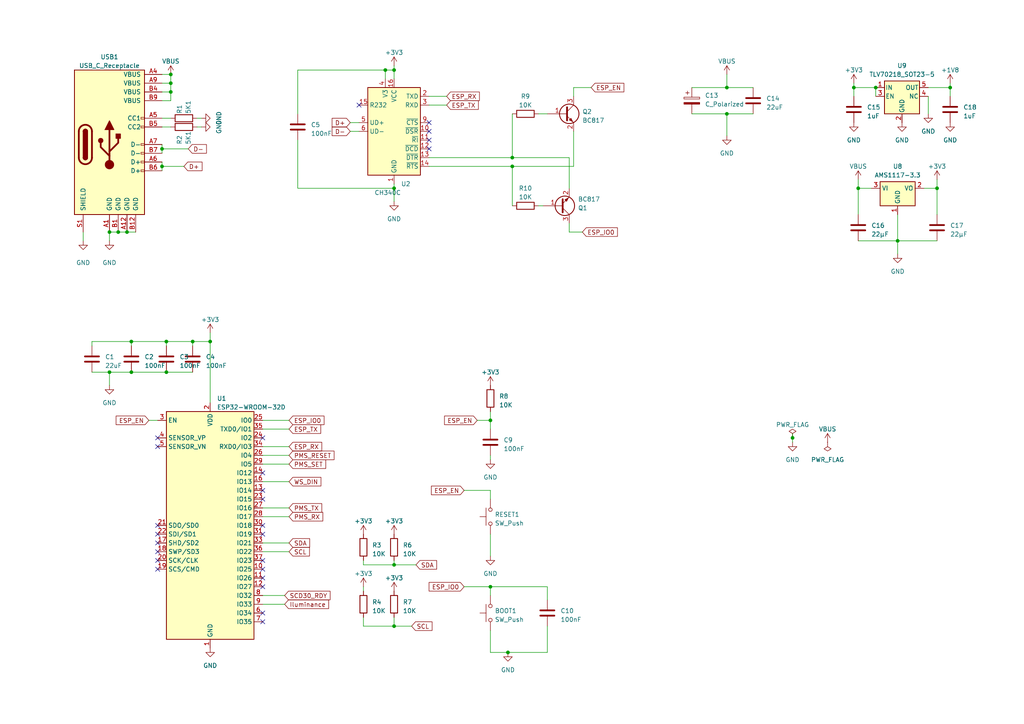
<source format=kicad_sch>
(kicad_sch (version 20230121) (generator eeschema)
  (paper "A4")
  (junction (at 303.53 228.6))
  (junction (at 142.24 170.18))
  (junction (at 114.3 163.83))
  (junction (at 237.49 243.84))
  (junction (at 200.66 355.6))
  (junction (at 318.77 243.84))
  (junction (at 288.29 228.6))
  (junction (at 114.3 54.61))
  (junction (at 200.66 342.9))
  (junction (at 148.59 45.72))
  (junction (at 275.59 25.4))
  (junction (at 210.82 25.4))
  (junction (at 200.66 350.52))
  (junction (at 247.65 25.4))
  (junction (at 49.53 26.67))
  (junction (at 116.84 445.77))
  (junction (at 391.16 243.84))
  (junction (at 147.32 189.23))
  (junction (at 288.29 243.84))
  (junction (at 48.26 107.95))
  (junction (at 248.92 54.61))
  (junction (at 318.77 228.6))
  (junction (at 129.54 382.27))
  (junction (at 271.78 54.61))
  (junction (at 120.65 382.27))
  (junction (at 140.97 405.13))
  (junction (at 49.53 21.59))
  (junction (at 111.76 303.53))
  (junction (at 148.59 48.26))
  (junction (at 106.68 459.74))
  (junction (at 254 228.6))
  (junction (at 38.1 107.95))
  (junction (at 31.75 107.95))
  (junction (at 49.53 24.13))
  (junction (at 401.32 228.6))
  (junction (at 254 243.84))
  (junction (at 210.82 33.02))
  (junction (at 391.16 228.6))
  (junction (at 237.49 228.6))
  (junction (at 120.65 412.75))
  (junction (at 334.01 243.84))
  (junction (at 31.75 67.31))
  (junction (at 60.96 99.06))
  (junction (at 114.3 181.61))
  (junction (at 109.22 295.91))
  (junction (at 200.66 345.44))
  (junction (at 401.32 243.84))
  (junction (at 275.59 228.6))
  (junction (at 48.26 99.06))
  (junction (at 162.56 257.81))
  (junction (at 111.76 306.07))
  (junction (at 254 25.4))
  (junction (at 34.29 67.31))
  (junction (at 334.01 228.6))
  (junction (at 382.27 228.6))
  (junction (at 349.25 243.84))
  (junction (at 55.88 99.06))
  (junction (at 260.35 69.85))
  (junction (at 36.83 67.31))
  (junction (at 106.68 445.77))
  (junction (at 382.27 243.84))
  (junction (at 229.87 127))
  (junction (at 200.66 353.06))
  (junction (at 38.1 99.06))
  (junction (at 46.99 48.26))
  (junction (at 200.66 347.98))
  (junction (at 349.25 228.6))
  (junction (at 114.3 20.32))
  (junction (at 162.56 240.03))
  (junction (at 142.24 121.92))
  (junction (at 364.49 243.84))
  (junction (at 303.53 243.84))
  (junction (at 111.76 20.32))
  (junction (at 275.59 243.84))
  (junction (at 46.99 43.18))
  (junction (at 364.49 228.6))
  (no_connect (at 76.2 170.18))
  (no_connect (at 124.46 43.18))
  (no_connect (at 76.2 177.8))
  (no_connect (at 45.72 154.94))
  (no_connect (at 45.72 165.1))
  (no_connect (at 76.2 137.16))
  (no_connect (at 45.72 162.56))
  (no_connect (at 124.46 38.1))
  (no_connect (at 45.72 127))
  (no_connect (at 76.2 162.56))
  (no_connect (at 124.46 35.56))
  (no_connect (at 139.7 245.11))
  (no_connect (at 124.46 40.64))
  (no_connect (at 200.66 340.36))
  (no_connect (at 76.2 154.94))
  (no_connect (at 45.72 152.4))
  (no_connect (at 200.66 337.82))
  (no_connect (at 76.2 165.1))
  (no_connect (at 104.14 30.48))
  (no_connect (at 76.2 152.4))
  (no_connect (at 45.72 160.02))
  (no_connect (at 76.2 144.78))
  (no_connect (at 76.2 180.34))
  (no_connect (at 372.11 236.22))
  (no_connect (at 76.2 142.24))
  (no_connect (at 45.72 129.54))
  (no_connect (at 76.2 167.64))
  (no_connect (at 76.2 127))
  (no_connect (at 45.72 157.48))
  (wire (pts (xy 269.24 25.4) (xy 275.59 25.4)))
  (wire (pts (xy 49.53 24.13) (xy 49.53 26.67)))
  (wire (pts (xy 196.85 355.6) (xy 200.66 355.6)))
  (wire (pts (xy 260.35 62.23) (xy 260.35 69.85)))
  (wire (pts (xy 106.68 448.31) (xy 106.68 445.77)))
  (wire (pts (xy 55.88 100.33) (xy 55.88 99.06)))
  (wire (pts (xy 92.71 245.11) (xy 109.22 245.11)))
  (wire (pts (xy 114.3 20.32) (xy 114.3 22.86)))
  (wire (pts (xy 165.1 45.72) (xy 165.1 54.61)))
  (wire (pts (xy 120.65 414.02) (xy 120.65 412.75)))
  (wire (pts (xy 139.7 240.03) (xy 162.56 240.03)))
  (wire (pts (xy 318.77 243.84) (xy 334.01 243.84)))
  (wire (pts (xy 111.76 20.32) (xy 114.3 20.32)))
  (wire (pts (xy 114.3 54.61) (xy 114.3 53.34)))
  (wire (pts (xy 401.32 240.03) (xy 401.32 243.84)))
  (wire (pts (xy 26.67 99.06) (xy 26.67 100.33)))
  (wire (pts (xy 200.66 337.82) (xy 213.36 337.82)))
  (wire (pts (xy 46.99 41.91) (xy 46.99 43.18)))
  (wire (pts (xy 382.27 243.84) (xy 391.16 243.84)))
  (wire (pts (xy 228.6 236.22) (xy 229.87 236.22)))
  (wire (pts (xy 391.16 240.03) (xy 391.16 243.84)))
  (wire (pts (xy 254 243.84) (xy 275.59 243.84)))
  (wire (pts (xy 115.57 298.45) (xy 109.22 298.45)))
  (wire (pts (xy 200.66 350.52) (xy 213.36 350.52)))
  (wire (pts (xy 57.15 36.83) (xy 58.42 36.83)))
  (wire (pts (xy 106.68 455.93) (xy 106.68 459.74)))
  (wire (pts (xy 111.76 300.99) (xy 111.76 303.53)))
  (wire (pts (xy 210.82 33.02) (xy 218.44 33.02)))
  (wire (pts (xy 114.3 58.42) (xy 114.3 54.61)))
  (wire (pts (xy 125.73 445.77) (xy 116.84 445.77)))
  (wire (pts (xy 138.43 121.92) (xy 142.24 121.92)))
  (wire (pts (xy 260.35 69.85) (xy 271.78 69.85)))
  (wire (pts (xy 267.97 54.61) (xy 271.78 54.61)))
  (wire (pts (xy 162.56 245.11) (xy 162.56 240.03)))
  (wire (pts (xy 166.37 27.94) (xy 166.37 25.4)))
  (wire (pts (xy 391.16 232.41) (xy 391.16 228.6)))
  (wire (pts (xy 275.59 243.84) (xy 288.29 243.84)))
  (wire (pts (xy 391.16 243.84) (xy 401.32 243.84)))
  (wire (pts (xy 109.22 289.56) (xy 109.22 295.91)))
  (wire (pts (xy 115.57 412.75) (xy 120.65 412.75)))
  (wire (pts (xy 200.66 353.06) (xy 213.36 353.06)))
  (wire (pts (xy 31.75 69.85) (xy 31.75 67.31)))
  (wire (pts (xy 48.26 99.06) (xy 55.88 99.06)))
  (wire (pts (xy 248.92 54.61) (xy 252.73 54.61)))
  (wire (pts (xy 46.99 46.99) (xy 46.99 48.26)))
  (wire (pts (xy 269.24 33.02) (xy 269.24 27.94)))
  (wire (pts (xy 124.46 45.72) (xy 148.59 45.72)))
  (wire (pts (xy 82.55 172.72) (xy 76.2 172.72)))
  (wire (pts (xy 401.32 243.84) (xy 411.48 243.84)))
  (wire (pts (xy 124.46 48.26) (xy 148.59 48.26)))
  (wire (pts (xy 195.58 342.9) (xy 200.66 342.9)))
  (wire (pts (xy 60.96 99.06) (xy 60.96 96.52)))
  (wire (pts (xy 210.82 21.59) (xy 210.82 25.4)))
  (wire (pts (xy 114.3 179.07) (xy 114.3 181.61)))
  (wire (pts (xy 55.88 107.95) (xy 48.26 107.95)))
  (wire (pts (xy 109.22 295.91) (xy 115.57 295.91)))
  (wire (pts (xy 139.7 250.19) (xy 143.51 250.19)))
  (wire (pts (xy 83.82 149.86) (xy 76.2 149.86)))
  (wire (pts (xy 114.3 162.56) (xy 114.3 163.83)))
  (wire (pts (xy 115.57 382.27) (xy 120.65 382.27)))
  (wire (pts (xy 31.75 111.76) (xy 31.75 107.95)))
  (wire (pts (xy 26.67 107.95) (xy 31.75 107.95)))
  (wire (pts (xy 36.83 67.31) (xy 39.37 67.31)))
  (wire (pts (xy 26.67 99.06) (xy 38.1 99.06)))
  (wire (pts (xy 318.77 228.6) (xy 334.01 228.6)))
  (wire (pts (xy 271.78 54.61) (xy 271.78 52.07)))
  (wire (pts (xy 196.85 353.06) (xy 200.66 353.06)))
  (wire (pts (xy 364.49 228.6) (xy 349.25 228.6)))
  (wire (pts (xy 86.36 54.61) (xy 114.3 54.61)))
  (wire (pts (xy 156.21 59.69) (xy 157.48 59.69)))
  (wire (pts (xy 133.35 389.89) (xy 147.32 389.89)))
  (wire (pts (xy 247.65 25.4) (xy 254 25.4)))
  (wire (pts (xy 109.22 298.45) (xy 109.22 295.91)))
  (wire (pts (xy 142.24 170.18) (xy 142.24 172.72)))
  (wire (pts (xy 275.59 228.6) (xy 288.29 228.6)))
  (wire (pts (xy 38.1 99.06) (xy 38.1 100.33)))
  (wire (pts (xy 165.1 67.31) (xy 168.91 67.31)))
  (wire (pts (xy 158.75 189.23) (xy 158.75 181.61)))
  (wire (pts (xy 200.66 355.6) (xy 213.36 355.6)))
  (wire (pts (xy 254 228.6) (xy 275.59 228.6)))
  (wire (pts (xy 349.25 228.6) (xy 334.01 228.6)))
  (wire (pts (xy 105.41 179.07) (xy 105.41 181.61)))
  (wire (pts (xy 195.58 350.52) (xy 200.66 350.52)))
  (wire (pts (xy 49.53 26.67) (xy 49.53 29.21)))
  (wire (pts (xy 208.28 224.79) (xy 208.28 228.6)))
  (wire (pts (xy 208.28 243.84) (xy 237.49 243.84)))
  (wire (pts (xy 161.29 342.9) (xy 161.29 345.44)))
  (wire (pts (xy 129.54 378.46) (xy 129.54 382.27)))
  (wire (pts (xy 162.56 252.73) (xy 162.56 257.81)))
  (wire (pts (xy 83.82 160.02) (xy 76.2 160.02)))
  (wire (pts (xy 140.97 405.13) (xy 140.97 382.27)))
  (wire (pts (xy 86.36 33.02) (xy 86.36 20.32)))
  (wire (pts (xy 48.26 107.95) (xy 38.1 107.95)))
  (wire (pts (xy 124.46 27.94) (xy 129.54 27.94)))
  (wire (pts (xy 114.3 163.83) (xy 120.65 163.83)))
  (wire (pts (xy 111.76 22.86) (xy 111.76 20.32)))
  (wire (pts (xy 83.82 132.08) (xy 76.2 132.08)))
  (wire (pts (xy 157.48 342.9) (xy 161.29 342.9)))
  (wire (pts (xy 382.27 228.6) (xy 391.16 228.6)))
  (wire (pts (xy 275.59 25.4) (xy 275.59 24.13)))
  (wire (pts (xy 411.48 240.03) (xy 411.48 243.84)))
  (wire (pts (xy 116.84 459.74) (xy 106.68 459.74)))
  (wire (pts (xy 200.66 33.02) (xy 210.82 33.02)))
  (wire (pts (xy 142.24 121.92) (xy 142.24 124.46)))
  (wire (pts (xy 158.75 173.99) (xy 158.75 170.18)))
  (wire (pts (xy 82.55 175.26) (xy 76.2 175.26)))
  (wire (pts (xy 48.26 100.33) (xy 48.26 99.06)))
  (wire (pts (xy 106.68 445.77) (xy 106.68 443.23)))
  (wire (pts (xy 43.18 121.92) (xy 45.72 121.92)))
  (wire (pts (xy 60.96 99.06) (xy 60.96 116.84)))
  (wire (pts (xy 106.68 459.74) (xy 106.68 462.28)))
  (wire (pts (xy 95.25 295.91) (xy 109.22 295.91)))
  (wire (pts (xy 105.41 181.61) (xy 114.3 181.61)))
  (wire (pts (xy 248.92 54.61) (xy 248.92 62.23)))
  (wire (pts (xy 288.29 228.6) (xy 303.53 228.6)))
  (wire (pts (xy 83.82 124.46) (xy 76.2 124.46)))
  (wire (pts (xy 31.75 107.95) (xy 38.1 107.95)))
  (wire (pts (xy 195.58 347.98) (xy 200.66 347.98)))
  (wire (pts (xy 200.66 25.4) (xy 210.82 25.4)))
  (wire (pts (xy 166.37 48.26) (xy 166.37 38.1)))
  (wire (pts (xy 46.99 48.26) (xy 46.99 49.53)))
  (wire (pts (xy 111.76 306.07) (xy 111.76 308.61)))
  (wire (pts (xy 208.28 228.6) (xy 237.49 228.6)))
  (wire (pts (xy 116.84 448.31) (xy 116.84 445.77)))
  (wire (pts (xy 411.48 232.41) (xy 411.48 228.6)))
  (wire (pts (xy 364.49 243.84) (xy 349.25 243.84)))
  (wire (pts (xy 120.65 412.75) (xy 140.97 412.75)))
  (wire (pts (xy 49.53 34.29) (xy 46.99 34.29)))
  (wire (pts (xy 101.6 35.56) (xy 104.14 35.56)))
  (wire (pts (xy 237.49 243.84) (xy 254 243.84)))
  (wire (pts (xy 260.35 73.66) (xy 260.35 69.85)))
  (wire (pts (xy 139.7 257.81) (xy 162.56 257.81)))
  (wire (pts (xy 200.66 347.98) (xy 213.36 347.98)))
  (wire (pts (xy 162.56 260.35) (xy 162.56 257.81)))
  (wire (pts (xy 401.32 228.6) (xy 411.48 228.6)))
  (wire (pts (xy 200.66 345.44) (xy 213.36 345.44)))
  (wire (pts (xy 105.41 163.83) (xy 114.3 163.83)))
  (wire (pts (xy 148.59 48.26) (xy 166.37 48.26)))
  (wire (pts (xy 166.37 25.4) (xy 171.45 25.4)))
  (wire (pts (xy 200.66 342.9) (xy 213.36 342.9)))
  (wire (pts (xy 237.49 228.6) (xy 254 228.6)))
  (wire (pts (xy 101.6 38.1) (xy 104.14 38.1)))
  (wire (pts (xy 148.59 48.26) (xy 148.59 59.69)))
  (wire (pts (xy 76.2 147.32) (xy 83.82 147.32)))
  (wire (pts (xy 111.76 303.53) (xy 111.76 306.07)))
  (wire (pts (xy 246.38 236.22) (xy 245.11 236.22)))
  (wire (pts (xy 134.62 170.18) (xy 142.24 170.18)))
  (wire (pts (xy 49.53 21.59) (xy 46.99 21.59)))
  (wire (pts (xy 382.27 243.84) (xy 364.49 243.84)))
  (wire (pts (xy 46.99 43.18) (xy 46.99 44.45)))
  (wire (pts (xy 142.24 133.35) (xy 142.24 132.08)))
  (wire (pts (xy 54.61 43.18) (xy 46.99 43.18)))
  (wire (pts (xy 349.25 243.84) (xy 334.01 243.84)))
  (wire (pts (xy 142.24 189.23) (xy 147.32 189.23)))
  (wire (pts (xy 142.24 189.23) (xy 142.24 182.88)))
  (wire (pts (xy 34.29 67.31) (xy 36.83 67.31)))
  (wire (pts (xy 195.58 345.44) (xy 200.66 345.44)))
  (wire (pts (xy 401.32 232.41) (xy 401.32 228.6)))
  (wire (pts (xy 303.53 228.6) (xy 318.77 228.6)))
  (wire (pts (xy 129.54 382.27) (xy 120.65 382.27)))
  (wire (pts (xy 49.53 21.59) (xy 49.53 24.13)))
  (wire (pts (xy 31.75 67.31) (xy 34.29 67.31)))
  (wire (pts (xy 210.82 25.4) (xy 218.44 25.4)))
  (wire (pts (xy 116.84 455.93) (xy 116.84 459.74)))
  (wire (pts (xy 49.53 36.83) (xy 46.99 36.83)))
  (wire (pts (xy 106.68 445.77) (xy 116.84 445.77)))
  (wire (pts (xy 92.71 245.11) (xy 92.71 247.65)))
  (wire (pts (xy 38.1 99.06) (xy 48.26 99.06)))
  (wire (pts (xy 248.92 52.07) (xy 248.92 54.61)))
  (wire (pts (xy 134.62 142.24) (xy 142.24 142.24)))
  (wire (pts (xy 288.29 243.84) (xy 303.53 243.84)))
  (wire (pts (xy 142.24 142.24) (xy 142.24 144.78)))
  (wire (pts (xy 208.28 251.46) (xy 208.28 243.84)))
  (wire (pts (xy 46.99 48.26) (xy 53.34 48.26)))
  (wire (pts (xy 55.88 99.06) (xy 60.96 99.06)))
  (wire (pts (xy 49.53 26.67) (xy 46.99 26.67)))
  (wire (pts (xy 261.62 236.22) (xy 267.97 236.22)))
  (wire (pts (xy 167.64 361.95) (xy 170.18 361.95)))
  (wire (pts (xy 382.27 228.6) (xy 364.49 228.6)))
  (wire (pts (xy 156.21 33.02) (xy 158.75 33.02)))
  (wire (pts (xy 382.27 240.03) (xy 382.27 243.84)))
  (wire (pts (xy 111.76 306.07) (xy 115.57 306.07)))
  (wire (pts (xy 86.36 40.64) (xy 86.36 54.61)))
  (wire (pts (xy 247.65 27.94) (xy 247.65 25.4)))
  (wire (pts (xy 283.21 236.22) (xy 280.67 236.22)))
  (wire (pts (xy 133.35 405.13) (xy 140.97 405.13)))
  (wire (pts (xy 247.65 24.13) (xy 247.65 25.4)))
  (wire (pts (xy 124.46 30.48) (xy 129.54 30.48)))
  (wire (pts (xy 76.2 139.7) (xy 83.82 139.7)))
  (wire (pts (xy 115.57 300.99) (xy 111.76 300.99)))
  (wire (pts (xy 142.24 170.18) (xy 158.75 170.18)))
  (wire (pts (xy 303.53 243.84) (xy 318.77 243.84)))
  (wire (pts (xy 142.24 119.38) (xy 142.24 121.92)))
  (wire (pts (xy 254 25.4) (xy 254 27.94)))
  (wire (pts (xy 248.92 69.85) (xy 260.35 69.85)))
  (wire (pts (xy 49.53 29.21) (xy 46.99 29.21)))
  (wire (pts (xy 49.53 24.13) (xy 46.99 24.13)))
  (wire (pts (xy 275.59 25.4) (xy 275.59 27.94)))
  (wire (pts (xy 140.97 382.27) (xy 129.54 382.27)))
  (wire (pts (xy 148.59 45.72) (xy 165.1 45.72)))
  (wire (pts (xy 271.78 62.23) (xy 271.78 54.61)))
  (wire (pts (xy 391.16 228.6) (xy 401.32 228.6)))
  (wire (pts (xy 83.82 134.62) (xy 76.2 134.62)))
  (wire (pts (xy 229.87 127) (xy 229.87 128.27)))
  (wire (pts (xy 210.82 39.37) (xy 210.82 33.02)))
  (wire (pts (xy 24.13 69.85) (xy 24.13 67.31)))
  (wire (pts (xy 229.87 127) (xy 229.87 125.73)))
  (wire (pts (xy 165.1 64.77) (xy 165.1 67.31)))
  (wire (pts (xy 105.41 163.83) (xy 105.41 162.56)))
  (wire (pts (xy 86.36 20.32) (xy 111.76 20.32)))
  (wire (pts (xy 111.76 303.53) (xy 115.57 303.53)))
  (wire (pts (xy 142.24 161.29) (xy 142.24 154.94)))
  (wire (pts (xy 83.82 121.92) (xy 76.2 121.92)))
  (wire (pts (xy 114.3 19.05) (xy 114.3 20.32)))
  (wire (pts (xy 57.15 34.29) (xy 58.42 34.29)))
  (wire (pts (xy 148.59 33.02) (xy 148.59 45.72)))
  (wire (pts (xy 147.32 189.23) (xy 158.75 189.23)))
  (wire (pts (xy 382.27 232.41) (xy 382.27 228.6)))
  (wire (pts (xy 83.82 129.54) (xy 76.2 129.54)))
  (wire (pts (xy 105.41 170.18) (xy 105.41 171.45)))
  (wire (pts (xy 200.66 340.36) (xy 213.36 340.36)))
  (wire (pts (xy 162.56 234.95) (xy 162.56 240.03)))
  (wire (pts (xy 83.82 157.48) (xy 76.2 157.48)))
  (wire (pts (xy 114.3 181.61) (xy 119.38 181.61)))
  (rectangle (start 80.01 372.11) (end 180.34 420.37))
  (rectangle (start 80.01 421.64) (end 180.34 469.9))
  (rectangle (start 80.01 223.52) (end 180.34 271.78))
  (rectangle (start 80.01 322.58) (end 142.24 370.84))
  (rectangle (start 181.61 322.58) (end 281.94 370.84))
  (rectangle (start 80.01 273.05) (end 180.34 321.31))
  (text "Iluminance" (at 81.28 424.18 0) (effects (font (size 1.27 1.27)) (justify left bottom)))
  (text "Particulate sensor - PMS5003\n" (at 182.88 325.12 0) (effects (font (size 1.27 1.27)) (justify left bottom)))
  (text "CO2" (at 82.55 227.33 0) (effects (font (size 1.27 1.27)) (justify left bottom)))
  (text "SGP30 - VOC sensor" (at 81.28 275.59 0) (effects (font (size 1.27 1.27)) (justify left bottom)))
  (text "Temperature/humidity/pressure\n" (at 81.28 374.65 0) (effects (font (size 1.27 1.27)) (justify left bottom)))
  (text "Particulate sensor - PMS7003\n" (at 81.28 325.12 0) (effects (font (size 1.27 1.27)) (justify left bottom)))
  (global_label "PMS_TX" (shape input) (at 83.82 147.32 0) (property "Intersheetrefs" "${INTERSHEET_REFS}" (effects hide)))
  (global_label "D-" (shape input) (at 101.6 38.1 180) (property "Intersheetrefs" "${INTERSHEET_REFS}" (effects hide)))
  (global_label "PMS_RX" (shape input) (at 195.58 347.98 180) (property "Intersheetrefs" "${INTERSHEET_REFS}" (effects hide)))
  (global_label "ESP_IO0" (shape input) (at 168.91 67.31 0) (property "Intersheetrefs" "${INTERSHEET_REFS}" (effects hide)))
  (global_label "ESP_EN" (shape input) (at 43.18 121.92 180) (property "Intersheetrefs" "${INTERSHEET_REFS}" (effects hide)))
  (global_label "ESP_RX" (shape input) (at 83.82 129.54 0) (property "Intersheetrefs" "${INTERSHEET_REFS}" (effects hide)))
  (global_label "SCL" (shape input) (at 133.35 394.97 0) (property "Intersheetrefs" "${INTERSHEET_REFS}" (effects hide)))
  (global_label "ESP_EN" (shape input) (at 134.62 142.24 180) (property "Intersheetrefs" "${INTERSHEET_REFS}" (effects hide)))
  (global_label "PMS_RESET" (shape input) (at 195.58 342.9 180) (property "Intersheetrefs" "${INTERSHEET_REFS}" (effects hide)))
  (global_label "PMS_RESET" (shape input) (at 110.49 341.63 180) (property "Intersheetrefs" "${INTERSHEET_REFS}" (effects hide)))
  (global_label "SDA" (shape input) (at 135.89 298.45 0) (property "Intersheetrefs" "${INTERSHEET_REFS}" (effects hide)))
  (global_label "D+" (shape input) (at 101.6 35.56 180) (property "Intersheetrefs" "${INTERSHEET_REFS}" (effects hide)))
  (global_label "ESP_IO0" (shape input) (at 83.82 121.92 0) (property "Intersheetrefs" "${INTERSHEET_REFS}" (effects hide)))
  (global_label "PMS_RX" (shape input) (at 83.82 149.86 0) (property "Intersheetrefs" "${INTERSHEET_REFS}" (effects hide)))
  (global_label "PMS_SET" (shape input) (at 83.82 134.62 0) (property "Intersheetrefs" "${INTERSHEET_REFS}" (effects hide)))
  (global_label "PMS_TX" (shape input) (at 195.58 345.44 180) (property "Intersheetrefs" "${INTERSHEET_REFS}" (effects hide)))
  (global_label "WS_DIN" (shape input) (at 228.6 236.22 180) (property "Intersheetrefs" "${INTERSHEET_REFS}" (effects hide)))
  (global_label "SDA" (shape input) (at 83.82 157.48 0) (property "Intersheetrefs" "${INTERSHEET_REFS}" (effects hide)))
  (global_label "PMS_SET" (shape input) (at 110.49 349.25 180) (property "Intersheetrefs" "${INTERSHEET_REFS}" (effects hide)))
  (global_label "D-" (shape input) (at 54.61 43.18 0) (property "Intersheetrefs" "${INTERSHEET_REFS}" (effects hide)))
  (global_label "SCD30_RDY" (shape input) (at 82.55 172.72 0) (property "Intersheetrefs" "${INTERSHEET_REFS}" (effects hide)))
  (global_label "SCL" (shape input) (at 109.22 250.19 180) (property "Intersheetrefs" "${INTERSHEET_REFS}" (effects hide)))
  (global_label "SCD30_RDY" (shape input) (at 143.51 250.19 0) (property "Intersheetrefs" "${INTERSHEET_REFS}" (effects hide)))
  (global_label "PMS_SET" (shape input) (at 167.64 361.95 180) (property "Intersheetrefs" "${INTERSHEET_REFS}" (effects hide)))
  (global_label "PMS_RX" (shape input) (at 110.49 344.17 180) (property "Intersheetrefs" "${INTERSHEET_REFS}" (effects hide)))
  (global_label "SCL" (shape input) (at 83.82 160.02 0) (property "Intersheetrefs" "${INTERSHEET_REFS}" (effects hide)))
  (global_label "ESP_IO0" (shape input) (at 134.62 170.18 180) (property "Intersheetrefs" "${INTERSHEET_REFS}" (effects hide)))
  (global_label "SCL" (shape input) (at 119.38 181.61 0) (property "Intersheetrefs" "${INTERSHEET_REFS}" (effects hide)))
  (global_label "ESP_TX" (shape input) (at 83.82 124.46 0) (property "Intersheetrefs" "${INTERSHEET_REFS}" (effects hide)))
  (global_label "ESP_EN" (shape input) (at 138.43 121.92 180) (property "Intersheetrefs" "${INTERSHEET_REFS}" (effects hide)))
  (global_label "SDA" (shape input) (at 133.35 400.05 0) (property "Intersheetrefs" "${INTERSHEET_REFS}" (effects hide)))
  (global_label "PMS_RESET" (shape input) (at 157.48 342.9 180) (property "Intersheetrefs" "${INTERSHEET_REFS}" (effects hide)))
  (global_label "SCL" (shape input) (at 135.89 303.53 0) (property "Intersheetrefs" "${INTERSHEET_REFS}" (effects hide)))
  (global_label "Iluminance" (shape input) (at 82.55 175.26 0) (property "Intersheetrefs" "${INTERSHEET_REFS}" (effects hide)))
  (global_label "ESP_EN" (shape input) (at 171.45 25.4 0) (property "Intersheetrefs" "${INTERSHEET_REFS}" (effects hide)))
  (global_label "PMS_TX" (shape input) (at 110.49 346.71 180) (property "Intersheetrefs" "${INTERSHEET_REFS}" (effects hide)))
  (global_label "ESP_RX" (shape input) (at 129.54 27.94 0) (property "Intersheetrefs" "${INTERSHEET_REFS}" (effects hide)))
  (global_label "SDA" (shape input) (at 109.22 252.73 180) (property "Intersheetrefs" "${INTERSHEET_REFS}" (effects hide)))
  (global_label "SDA" (shape input) (at 120.65 163.83 0) (property "Intersheetrefs" "${INTERSHEET_REFS}" (effects hide)))
  (global_label "ESP_TX" (shape input) (at 129.54 30.48 0) (property "Intersheetrefs" "${INTERSHEET_REFS}" (effects hide)))
  (global_label "PMS_SET" (shape input) (at 195.58 350.52 180) (property "Intersheetrefs" "${INTERSHEET_REFS}" (effects hide)))
  (global_label "D+" (shape input) (at 53.34 48.26 0) (property "Intersheetrefs" "${INTERSHEET_REFS}" (effects hide)))
  (global_label "WS_DIN" (shape input) (at 83.82 139.7 0) (property "Intersheetrefs" "${INTERSHEET_REFS}" (effects hide)))
  (global_label "Iluminance" (shape input) (at 125.73 445.77 0) (property "Intersheetrefs" "${INTERSHEET_REFS}" (effects hide)))
  (global_label "PMS_RESET" (shape input) (at 83.82 132.08 0) (property "Intersheetrefs" "${INTERSHEET_REFS}" (effects hide)))
  (symbol (lib_id "Device:C") (at 391.16 236.22 0) (unit 1)
    (property "Reference" "C20" (at 394.97 235.585 0) (effects (justify left)))
    (property "Value" "22µF" (at 394.97 238.125 0) (effects (justify left)))
    (property "Footprint" "Capacitor_SMD:C_0603_1608Metric" (effects hide))
  )
  (symbol (lib_id "Device:C") (at 86.36 36.83 0) (unit 1)
    (property "Reference" "C5" (at 90.17 36.195 0) (effects (justify left)))
    (property "Value" "100nF" (at 90.17 38.735 0) (effects (justify left)))
    (property "Footprint" "Capacitor_SMD:C_0603_1608Metric" (effects hide))
  )
  (symbol (lib_id "power:GND") (at 147.32 189.23 0) (unit 1)
    (property "Reference" "#PWR030" (effects hide))
    (property "Value" "GND" (at 147.32 194.31 0))
  )
  (symbol (lib_id "power:VBUS") (at 248.92 52.07 0) (unit 1)
    (property "Reference" "#PWR049" (effects hide))
    (property "Value" "VBUS" (at 248.92 48.26 0))
  )
  (symbol (lib_id "power:+3V3") (at 247.65 24.13 0) (unit 1)
    (property "Reference" "#PWR047" (effects hide))
    (property "Value" "+3V3" (at 247.65 20.32 0))
  )
  (symbol (lib_id "power:GND") (at 60.96 187.96 0) (unit 1)
    (property "Reference" "#PWR08" (effects hide))
    (property "Value" "GND" (at 60.96 193.04 0))
  )
  (symbol (lib_id "usb-c symbol:USB_C_Receptacle") (at 31.75 46.99 0) (unit 1)
    (property "Reference" "USB1" (at 31.75 16.51 0))
    (property "Value" "USB_C_Receptacle" (at 31.75 19.05 0))
    (property "Footprint" "airquality_footprints:Hanbo Electronic MC-802YC-H100" (effects hide))
    (property "Datasheet" "https://www.usb.org/sites/default/files/documents/usb_type-c.zip" (effects hide))
    (property "LCSC" "https://www.lcsc.com/product-detail/USB-Connectors_Hanbo-Electronic-MC-802YC-H100_C3039300.html" (effects hide))
  )
  (symbol (lib_id "power:+3V3") (at 106.68 435.61 0) (unit 1)
    (property "Reference" "#PWR013" (effects hide))
    (property "Value" "+3V3" (at 106.68 431.8 0))
  )
  (symbol (lib_id "Device:R") (at 53.34 36.83 90) (unit 1)
    (property "Reference" "R2" (at 52.07 41.91 0) (effects (justify left)))
    (property "Value" "5K1" (at 54.61 41.91 0) (effects (justify left)))
    (property "Footprint" "Resistor_SMD:R_0603_1608Metric" (effects hide))
    (property "LCSC" "https://www.lcsc.com/product-detail/Chip-Resistor-Surface-Mount_UNI-ROYAL-Uniroyal-Elec-0603WAF5101T5E_C23186.html" (effects hide))
  )
  (symbol (lib_id "power:GND") (at 95.25 303.53 0) (unit 1)
    (property "Reference" "#PWR010" (effects hide))
    (property "Value" "GND" (at 95.25 308.61 0))
  )
  (symbol (lib_id "power:VBUS") (at 162.56 234.95 0) (unit 1)
    (property "Reference" "#PWR034" (effects hide))
    (property "Value" "VBUS" (at 162.56 231.14 0))
  )
  (symbol (lib_id "SGP30:SGP30") (at 125.73 300.99 0) (unit 1)
    (property "Reference" "U5" (at 125.73 289.56 0))
    (property "Value" "SGP30" (at 125.73 292.1 0))
    (property "Footprint" "airquality_footprints:SGP30" (effects hide))
    (property "PROD_ID" "IC-14776" (effects hide))
    (property "VALUE" "SGP30" (effects hide))
  )
  (symbol (lib_id "Device:C") (at 162.56 248.92 0) (unit 1)
    (property "Reference" "C11" (at 166.37 248.285 0) (effects (justify left)))
    (property "Value" "22µF" (at 166.37 250.825 0) (effects (justify left)))
    (property "Footprint" "Capacitor_SMD:C_0603_1608Metric" (effects hide))
  )
  (symbol (lib_id "Switch:SW_Push") (at 142.24 149.86 90) (unit 1)
    (property "Reference" "RESET1" (at 143.51 149.225 90) (effects (justify right)))
    (property "Value" "SW_Push" (at 143.51 151.765 90) (effects (justify right)))
    (property "Footprint" "airquality_footprints:GT-TC029B-H025-L1N" (effects hide))
    (property "LSCSC" "https://www.lcsc.com/product-detail/Tactile-Switches_G-Switch-GT-TC029B-H025-L1N_C843669.html" (effects hide))
  )
  (symbol (lib_id "LED:WS2812B") (at 254 236.22 0) (unit 1)
    (property "Reference" "D2" (at 265.43 233.0959 0))
    (property "Value" "WS2812B" (at 265.43 235.6359 0))
    (property "Footprint" "LED_SMD:LED_WS2812B_PLCC4_5.0x5.0mm_P3.2mm" (effects hide))
    (property "Datasheet" "https://cdn-shop.adafruit.com/datasheets/WS2812B.pdf" (effects hide))
    (property "LCSC" "https://www.lcsc.com/product-detail/Light-Emitting-Diodes-LED_Worldsemi-WS2812B-B-W_C114586.html" (effects hide))
  )
  (symbol (lib_id "Transistor_BJT:BC817") (at 163.83 33.02 0) (unit 1)
    (property "Reference" "Q2" (at 168.91 32.385 0) (effects (justify left)))
    (property "Value" "BC817" (at 168.91 34.925 0) (effects (justify left)))
    (property "Footprint" "Package_TO_SOT_SMD:SOT-23" (effects hide))
    (property "Datasheet" "https://www.onsemi.com/pub/Collateral/BC818-D.pdf" (effects hide))
  )
  (symbol (lib_id "power:+3V3") (at 60.96 96.52 0) (unit 1)
    (property "Reference" "#PWR07" (effects hide))
    (property "Value" "+3V3" (at 60.96 92.71 0))
  )
  (symbol (lib_id "power:GND") (at 142.24 161.29 0) (unit 1)
    (property "Reference" "#PWR029" (effects hide))
    (property "Value" "GND" (at 142.24 166.37 0))
  )
  (symbol (lib_id "power:VBUS") (at 120.65 336.55 0) (unit 1)
    (property "Reference" "#PWR021" (effects hide))
    (property "Value" "VBUS" (at 120.65 332.74 0))
  )
  (symbol (lib_id "power:VBUS") (at 208.28 224.79 0) (unit 1)
    (property "Reference" "#PWR041" (effects hide))
    (property "Value" "VBUS" (at 208.28 220.98 0))
  )
  (symbol (lib_id "Device:R") (at 105.41 175.26 0) (unit 1)
    (property "Reference" "R4" (at 107.95 174.625 0) (effects (justify left)))
    (property "Value" "10K" (at 107.95 177.165 0) (effects (justify left)))
    (property "Footprint" "Resistor_SMD:R_0603_1608Metric" (effects hide))
  )
  (symbol (lib_id "power:GND") (at 162.56 260.35 0) (unit 1)
    (property "Reference" "#PWR035" (effects hide))
    (property "Value" "GND" (at 162.56 265.43 0))
  )
  (symbol (lib_id "Device:C") (at 38.1 104.14 0) (unit 1)
    (property "Reference" "C2" (at 41.91 103.505 0) (effects (justify left)))
    (property "Value" "100nF" (at 41.91 106.045 0) (effects (justify left)))
    (property "Footprint" "Capacitor_SMD:C_0603_1608Metric" (effects hide))
    (property "LCSC" "https://www.lcsc.com/product-detail/Multilayer-Ceramic-Capacitors-MLCC-SMD-SMT_Samsung-Electro-Mechanics-CL10B104KB8NNNC_C1591.html" (effects hide))
  )
  (symbol (lib_id "Device:R") (at 152.4 59.69 270) (mirror x) (unit 1)
    (property "Reference" "R10" (at 152.4 54.61 90))
    (property "Value" "10K" (at 152.4 57.15 90))
    (property "Footprint" "Resistor_SMD:R_0603_1608Metric" (effects hide))
  )
  (symbol (lib_id "Device:C") (at 401.32 236.22 0) (unit 1)
    (property "Reference" "C21" (at 405.13 235.585 0) (effects (justify left)))
    (property "Value" "22µF" (at 405.13 238.125 0) (effects (justify left)))
    (property "Footprint" "Capacitor_SMD:C_0603_1608Metric" (effects hide))
  )
  (symbol (lib_id "Device:C_Polarized") (at 200.66 29.21 0) (unit 1)
    (property "Reference" "C13" (at 204.47 27.686 0) (effects (justify left)))
    (property "Value" "C_Polarized" (at 204.47 30.226 0) (effects (justify left)))
    (property "Footprint" "Capacitor_SMD:CP_Elec_6.3x5.4" (effects hide))
    (property "LCSC" "https://www.lcsc.com/product-detail/Aluminum-Electrolytic-Capacitors-SMD_ROQANG-RVT1A221M0605_C72494.html" (effects hide))
  )
  (symbol (lib_id "Device:C") (at 142.24 128.27 0) (unit 1)
    (property "Reference" "C9" (at 146.05 127.635 0) (effects (justify left)))
    (property "Value" "100nF" (at 146.05 130.175 0) (effects (justify left)))
    (property "Footprint" "Capacitor_SMD:C_0603_1608Metric" (effects hide))
  )
  (symbol (lib_id "Connector:Conn_01x08_Pin") (at 218.44 347.98 180) (unit 1)
    (property "Reference" "U6" (at 217.17 361.95 0))
    (property "Value" "PMS5003" (at 217.17 359.41 0))
    (property "Footprint" "airquality_footprints:PMS5003" (effects hide))
  )
  (symbol (lib_id "Switch:SW_Push") (at 142.24 177.8 90) (unit 1)
    (property "Reference" "BOOT1" (at 143.51 177.165 90) (effects (justify right)))
    (property "Value" "SW_Push" (at 143.51 179.705 90) (effects (justify right)))
    (property "Footprint" "airquality_footprints:GT-TC029B-H025-L1N" (effects hide))
    (property "LSCSC" "https://www.lcsc.com/product-detail/Tactile-Switches_G-Switch-GT-TC029B-H025-L1N_C843669.html" (effects hide))
  )
  (symbol (lib_id "Device:C") (at 171.45 336.55 0) (unit 1)
    (property "Reference" "C12" (at 175.26 335.915 0) (effects (justify left)))
    (property "Value" "22uF" (at 175.26 338.455 0) (effects (justify left)))
    (property "Footprint" "Capacitor_SMD:C_0603_1608Metric" (effects hide))
  )
  (symbol (lib_id "Device:C") (at 275.59 31.75 0) (unit 1)
    (property "Reference" "C18" (at 279.4 31.115 0) (effects (justify left)))
    (property "Value" "1uF" (at 279.4 33.655 0) (effects (justify left)))
    (property "Footprint" "Capacitor_SMD:C_0603_1608Metric" (effects hide))
  )
  (symbol (lib_id "power:GND") (at 269.24 33.02 0) (unit 1)
    (property "Reference" "#PWR052" (effects hide))
    (property "Value" "GND" (at 269.24 38.1 0))
  )
  (symbol (lib_id "power:GND") (at 229.87 128.27 0) (unit 1)
    (property "Reference" "#PWR045" (effects hide))
    (property "Value" "GND" (at 229.87 133.35 0))
  )
  (symbol (lib_id "power:GND") (at 58.42 34.29 90) (unit 1)
    (property "Reference" "#PWR05" (effects hide))
    (property "Value" "GND" (at 63.5 34.29 0))
  )
  (symbol (lib_id "power:VBUS") (at 49.53 21.59 0) (unit 1)
    (property "Reference" "#PWR04" (effects hide))
    (property "Value" "VBUS" (at 49.53 17.78 0))
  )
  (symbol (lib_id "power:GND") (at 161.29 353.06 0) (unit 1)
    (property "Reference" "#PWR033" (effects hide))
    (property "Value" "GND" (at 161.29 358.14 0))
  )
  (symbol (lib_id "Device:R") (at 161.29 349.25 0) (unit 1)
    (property "Reference" "R11" (at 163.83 348.615 0) (effects (justify left)))
    (property "Value" "10K" (at 163.83 351.155 0) (effects (justify left)))
    (property "Footprint" "Resistor_SMD:R_0603_1608Metric" (effects hide))
  )
  (symbol (lib_id "power:GND") (at 210.82 39.37 0) (unit 1)
    (property "Reference" "#PWR044" (effects hide))
    (property "Value" "GND" (at 210.82 44.45 0))
  )
  (symbol (lib_id "power:GND") (at 92.71 247.65 0) (unit 1)
    (property "Reference" "#PWR09" (effects hide))
    (property "Value" "GND" (at 92.71 252.73 0))
  )
  (symbol (lib_id "LED:WS2812B") (at 288.29 236.22 0) (unit 1)
    (property "Reference" "D4" (at 299.72 233.0959 0))
    (property "Value" "WS2812B" (at 299.72 235.6359 0))
    (property "Footprint" "LED_SMD:LED_WS2812B_PLCC4_5.0x5.0mm_P3.2mm" (effects hide))
    (property "Datasheet" "https://cdn-shop.adafruit.com/datasheets/WS2812B.pdf" (effects hide))
  )
  (symbol (lib_id "Device:C") (at 218.44 29.21 0) (unit 1)
    (property "Reference" "C14" (at 222.25 28.575 0) (effects (justify left)))
    (property "Value" "22uF" (at 222.25 31.115 0) (effects (justify left)))
    (property "Footprint" "Capacitor_SMD:C_0603_1608Metric" (effects hide))
  )
  (symbol (lib_id "LED:WS2812B") (at 303.53 236.22 0) (unit 1)
    (property "Reference" "D5" (at 314.96 233.0959 0))
    (property "Value" "WS2812B" (at 314.96 235.6359 0))
    (property "Footprint" "LED_SMD:LED_WS2812B_PLCC4_5.0x5.0mm_P3.2mm" (effects hide))
    (property "Datasheet" "https://cdn-shop.adafruit.com/datasheets/WS2812B.pdf" (effects hide))
  )
  (symbol (lib_id "power:VBUS") (at 210.82 21.59 0) (unit 1)
    (property "Reference" "#PWR043" (effects hide))
    (property "Value" "VBUS" (at 210.82 17.78 0))
  )
  (symbol (lib_id "Logic_LevelTranslator:SN74LV1T34DCK") (at 237.49 236.22 0) (unit 1)
    (property "Reference" "U7" (at 240.03 227.33 0))
    (property "Value" "SN74LV1T34DCK" (at 237.49 224.79 0))
    (property "Footprint" "Package_TO_SOT_SMD:SOT-353_SC-70-5" (effects hide))
    (property "Datasheet" "https://www.ti.com/lit/ds/symlink/sn74lv1t34.pdf" (effects hide))
    (property "LSCL" "https://www.lcsc.com/product-detail/Buffer-Driver-Transceiver_Texas-Instruments-SN74LV1T34DCKR_C78541.html" (effects hide))
  )
  (symbol (lib_id "power:GND") (at 171.45 340.36 0) (unit 1)
    (property "Reference" "#PWR038" (effects hide))
    (property "Value" "GND" (at 171.45 345.44 0))
  )
  (symbol (lib_id "power:VBUS") (at 123.19 336.55 0) (unit 1)
    (property "Reference" "#PWR024" (effects hide))
    (property "Value" "VBUS" (at 123.19 332.74 0))
  )
  (symbol (lib_id "power:+3V3") (at 151.13 384.81 0) (unit 1)
    (property "Reference" "#PWR031" (effects hide))
    (property "Value" "+3V3" (at 151.13 381 0))
  )
  (symbol (lib_id "power:+3V3") (at 129.54 378.46 0) (unit 1)
    (property "Reference" "#PWR026" (effects hide))
    (property "Value" "+3V3" (at 129.54 374.65 0))
  )
  (symbol (lib_id "Device:R") (at 152.4 33.02 90) (unit 1)
    (property "Reference" "R9" (at 152.4 27.94 90))
    (property "Value" "10K" (at 152.4 30.48 90))
    (property "Footprint" "Resistor_SMD:R_0603_1608Metric" (effects hide))
  )
  (symbol (lib_id "LED:WS2812B") (at 364.49 236.22 0) (unit 1)
    (property "Reference" "D9" (at 375.92 233.0959 0))
    (property "Value" "WS2812B" (at 375.92 235.6359 0))
    (property "Footprint" "LED_SMD:LED_WS2812B_PLCC4_5.0x5.0mm_P3.2mm" (effects hide))
    (property "Datasheet" "https://cdn-shop.adafruit.com/datasheets/WS2812B.pdf" (effects hide))
  )
  (symbol (lib_id "power:+3V3") (at 114.3 19.05 0) (unit 1)
    (property "Reference" "#PWR017" (effects hide))
    (property "Value" "+3V3" (at 114.3 15.24 0))
  )
  (symbol (lib_id "power:+1V8") (at 109.22 289.56 0) (unit 1)
    (property "Reference" "#PWR015" (effects hide))
    (property "Value" "+1V8" (at 109.22 285.75 0))
  )
  (symbol (lib_id "Connector_Generic_MountingPin:Conn_01x08_MountingPin") (at 205.74 345.44 0) (unit 1)
    (property "Reference" "J1" (at 204.47 334.01 0) (effects (justify left)))
    (property "Value" "Conn_01x08_MountingPin" (at 194.31 331.47 0) (effects (justify left)))
    (property "Footprint" "Connector_Molex:Molex_PicoBlade_53261-0871_1x08-1MP_P1.25mm_Horizontal" (effects hide))
  )
  (symbol (lib_id "LED:WS2812B") (at 275.59 236.22 0) (unit 1)
    (property "Reference" "D3" (at 287.02 233.0959 0))
    (property "Value" "WS2812B" (at 287.02 235.6359 0))
    (property "Footprint" "LED_SMD:LED_WS2812B_PLCC4_5.0x5.0mm_P3.2mm" (effects hide))
    (property "Datasheet" "https://cdn-shop.adafruit.com/datasheets/WS2812B.pdf" (effects hide))
  )
  (symbol (lib_id "power:GND") (at 208.28 251.46 0) (unit 1)
    (property "Reference" "#PWR042" (effects hide))
    (property "Value" "GND" (at 208.28 256.54 0))
  )
  (symbol (lib_id "Device:C") (at 411.48 236.22 0) (unit 1)
    (property "Reference" "C22" (at 415.29 235.585 0) (effects (justify left)))
    (property "Value" "22µF" (at 415.29 238.125 0) (effects (justify left)))
    (property "Footprint" "Capacitor_SMD:C_0603_1608Metric" (effects hide))
  )
  (symbol (lib_id "power:GND") (at 58.42 36.83 90) (unit 1)
    (property "Reference" "#PWR06" (effects hide))
    (property "Value" "GND" (at 63.5 36.83 0))
  )
  (symbol (lib_id "power:+3V3") (at 105.41 154.94 0) (unit 1)
    (property "Reference" "#PWR011" (effects hide))
    (property "Value" "+3V3" (at 105.41 151.13 0))
  )
  (symbol (lib_id "power:GND") (at 142.24 133.35 0) (unit 1)
    (property "Reference" "#PWR028" (effects hide))
    (property "Value" "GND" (at 142.24 138.43 0))
  )
  (symbol (lib_id "power:GND") (at 106.68 462.28 0) (unit 1)
    (property "Reference" "#PWR014" (effects hide))
    (property "Value" "GND" (at 106.68 467.36 0))
  )
  (symbol (lib_id "Device:C") (at 158.75 177.8 0) (unit 1)
    (property "Reference" "C10" (at 162.56 177.165 0) (effects (justify left)))
    (property "Value" "100nF" (at 162.56 179.705 0) (effects (justify left)))
    (property "Footprint" "Capacitor_SMD:C_0603_1608Metric" (effects hide))
  )
  (symbol (lib_id "Device:C") (at 248.92 66.04 0) (unit 1)
    (property "Reference" "C16" (at 252.73 65.405 0) (effects (justify left)))
    (property "Value" "22µF" (at 252.73 67.945 0) (effects (justify left)))
    (property "Footprint" "Capacitor_SMD:C_0603_1608Metric" (effects hide))
  )
  (symbol (lib_id "LED:WS2812B") (at 318.77 236.22 0) (unit 1)
    (property "Reference" "D6" (at 330.2 233.0959 0))
    (property "Value" "WS2812B" (at 330.2 235.6359 0))
    (property "Footprint" "LED_SMD:LED_WS2812B_PLCC4_5.0x5.0mm_P3.2mm" (effects hide))
    (property "Datasheet" "https://cdn-shop.adafruit.com/datasheets/WS2812B.pdf" (effects hide))
  )
  (symbol (lib_id "Transistor_BJT:BC817") (at 162.56 59.69 0) (mirror x) (unit 1)
    (property "Reference" "Q1" (at 167.64 60.325 0) (effects (justify left)))
    (property "Value" "BC817" (at 167.64 57.785 0) (effects (justify left)))
    (property "Footprint" "Package_TO_SOT_SMD:SOT-23" (effects hide))
    (property "Datasheet" "https://www.onsemi.com/pub/Collateral/BC818-D.pdf" (effects hide))
  )
  (symbol (lib_id "power:+3V3") (at 105.41 170.18 0) (unit 1)
    (property "Reference" "#PWR012" (effects hide))
    (property "Value" "+3V3" (at 105.41 166.37 0))
  )
  (symbol (lib_id "power:VBUS") (at 240.03 128.27 0) (unit 1)
    (property "Reference" "#PWR046" (effects hide))
    (property "Value" "VBUS" (at 240.03 124.46 0))
  )
  (symbol (lib_id "Device:D_Photo") (at 106.68 438.15 90) (unit 1)
    (property "Reference" "D1" (at 109.22 438.4675 90) (effects (justify right)))
    (property "Value" "ALS-PDIC243-3B" (at 109.22 441.0075 90) (effects (justify right)))
    (property "Footprint" "airquality_footprints:ALS-PDIC243-3B" (effects hide))
  )
  (symbol (lib_id "power:GND") (at 275.59 35.56 0) (unit 1)
    (property "Reference" "#PWR055" (effects hide))
    (property "Value" "GND" (at 275.59 40.64 0))
  )
  (symbol (lib_id "power:GND") (at 111.76 308.61 0) (unit 1)
    (property "Reference" "#PWR016" (effects hide))
    (property "Value" "GND" (at 111.76 313.69 0))
  )
  (symbol (lib_id "power:GND") (at 120.65 354.33 0) (unit 1)
    (property "Reference" "#PWR022" (effects hide))
    (property "Value" "GND" (at 120.65 359.41 0))
  )
  (symbol (lib_id "Device:C") (at 55.88 104.14 0) (unit 1)
    (property "Reference" "C4" (at 59.69 103.505 0) (effects (justify left)))
    (property "Value" "100nF" (at 59.69 106.045 0) (effects (justify left)))
    (property "Footprint" "Capacitor_SMD:C_0603_1608Metric" (effects hide))
    (property "LCSC" "https://www.lcsc.com/product-detail/Multilayer-Ceramic-Capacitors-MLCC-SMD-SMT_Samsung-Electro-Mechanics-CL10B104KB8NNNC_C1591.html" (effects hide))
  )
  (symbol (lib_id "Jumper:SolderJumper_3_Bridged12") (at 151.13 389.89 270) (mirror x) (unit 1)
    (property "Reference" "JP1" (at 153.67 390.525 90) (effects (justify left)))
    (property "Value" "SolderJumper_3_Bridged12" (at 153.67 387.985 90) (effects (justify left)))
    (property "Footprint" "Jumper:SolderJumper-3_P1.3mm_Bridged12_RoundedPad1.0x1.5mm" (effects hide))
  )
  (symbol (lib_id "Sensor:BME280") (at 118.11 397.51 0) (unit 1)
    (property "Reference" "U4" (at 106.68 396.875 0) (effects (justify right)))
    (property "Value" "BME280" (at 106.68 399.415 0) (effects (justify right)))
    (property "Footprint" "Package_LGA:Bosch_LGA-8_2.5x2.5mm_P0.65mm_ClockwisePinNumbering" (effects hide))
    (property "Datasheet" "https://www.bosch-sensortec.com/media/boschsensortec/downloads/datasheets/bst-bme280-ds002.pdf" (effects hide))
  )
  (symbol (lib_id "Regulator_Linear:AMS1117-3.3") (at 260.35 54.61 0) (unit 1)
    (property "Reference" "U8" (at 260.35 48.26 0))
    (property "Value" "AMS1117-3.3" (at 260.35 50.8 0))
    (property "Footprint" "Package_TO_SOT_SMD:SOT-223-3_TabPin2" (effects hide))
    (property "Datasheet" "http://www.advanced-monolithic.com/pdf/ds1117.pdf" (effects hide))
    (property "lcsc" "https://www.lcsc.com/product-detail/Linear-Voltage-Regulators-LDO_Advanced-Monolithic-Systems-AMS1117-3-3_C6186.html" (effects hide))
  )
  (symbol (lib_id "Device:R") (at 114.3 175.26 0) (unit 1)
    (property "Reference" "R7" (at 116.84 174.625 0) (effects (justify left)))
    (property "Value" "10K" (at 116.84 177.165 0) (effects (justify left)))
    (property "Footprint" "Resistor_SMD:R_0603_1608Metric" (effects hide))
  )
  (symbol (lib_id "power:PWR_FLAG") (at 229.87 127 0) (unit 1)
    (property "Reference" "#FLG01" (effects hide))
    (property "Value" "PWR_FLAG" (at 229.87 123.19 0))
  )
  (symbol (lib_id "power:PWR_FLAG") (at 240.03 128.27 180) (unit 1)
    (property "Reference" "#FLG02" (effects hide))
    (property "Value" "PWR_FLAG" (at 240.03 133.35 0))
  )
  (symbol (lib_id "power:+3V3") (at 114.3 154.94 0) (unit 1)
    (property "Reference" "#PWR019" (effects hide))
    (property "Value" "+3V3" (at 114.3 151.13 0))
  )
  (symbol (lib_id "LED:WS2812B") (at 349.25 236.22 0) (unit 1)
    (property "Reference" "D8" (at 360.68 233.0959 0))
    (property "Value" "WS2812B" (at 360.68 235.6359 0))
    (property "Footprint" "LED_SMD:LED_WS2812B_PLCC4_5.0x5.0mm_P3.2mm" (effects hide))
    (property "Datasheet" "https://cdn-shop.adafruit.com/datasheets/WS2812B.pdf" (effects hide))
  )
  (symbol (lib_id "power:GND") (at 31.75 69.85 0) (unit 1)
    (property "Reference" "#PWR02" (effects hide))
    (property "Value" "GND" (at 31.75 76.2 0))
  )
  (symbol (lib_id "Device:R") (at 105.41 158.75 0) (unit 1)
    (property "Reference" "R3" (at 107.95 158.115 0) (effects (justify left)))
    (property "Value" "10K" (at 107.95 160.655 0) (effects (justify left)))
    (property "Footprint" "Resistor_SMD:R_0603_1608Metric" (effects hide))
    (property "LCSC" "https://www.lcsc.com/product-detail/Chip-Resistor-Surface-Mount_YAGEO-RC0603FR-0710KL_C98220.html" (effects hide))
  )
  (symbol (lib_id "Device:C") (at 116.84 452.12 0) (unit 1)
    (property "Reference" "C7" (at 120.65 451.485 0) (effects (justify left)))
    (property "Value" "100nF" (at 120.65 454.025 0) (effects (justify left)))
    (property "Footprint" "Capacitor_SMD:C_0603_1608Metric" (effects hide))
  )
  (symbol (lib_id "power:GND") (at 151.13 394.97 0) (unit 1)
    (property "Reference" "#PWR032" (effects hide))
    (property "Value" "GND" (at 151.13 400.05 0))
  )
  (symbol (lib_id "power:+3V3") (at 271.78 52.07 0) (unit 1)
    (property "Reference" "#PWR053" (effects hide))
    (property "Value" "+3V3" (at 271.78 48.26 0))
  )
  (symbol (lib_id "SCD30:SCD30") (at 124.46 250.19 0) (unit 1)
    (property "Reference" "SCD1" (at 124.46 233.68 0))
    (property "Value" "SCD30 (CO2)" (at 124.46 236.22 0))
    (property "Footprint" "airquality_footprints:MODULE_SCD30" (effects hide))
    (property "MANUFACTURER" "Sensirion" (effects hide))
    (property "PARTREV" "D1" (effects hide))
    (property "STANDARD" "Manufacturer Recommendations" (effects hide))
    (property "MAXIMUM_PACKAGE_HEIGHT" "7.0mm" (effects hide))
  )
  (symbol (lib_id "power:+1V8") (at 275.59 24.13 0) (unit 1)
    (property "Reference" "#PWR054" (effects hide))
    (property "Value" "+1V8" (at 275.59 20.32 0))
  )
  (symbol (lib_id "Device:C") (at 26.67 104.14 0) (unit 1)
    (property "Reference" "C1" (at 30.48 103.505 0) (effects (justify left)))
    (property "Value" "22uF" (at 30.48 106.045 0) (effects (justify left)))
    (property "Footprint" "Capacitor_SMD:C_0603_1608Metric" (effects hide))
    (property "LCSC" "https://www.lcsc.com/product-detail/Multilayer-Ceramic-Capacitors-MLCC-SMD-SMT_Samsung-Electro-Mechanics-CL10A226MP8NUNE_C86295.html" (effects hide))
  )
  (symbol (lib_id "Device:C") (at 95.25 299.72 0) (unit 1)
    (property "Reference" "C6" (at 99.06 299.085 0) (effects (justify left)))
    (property "Value" "100nF" (at 99.06 301.625 0) (effects (justify left)))
    (property "Footprint" "Capacitor_SMD:C_0603_1608Metric" (effects hide))
  )
  (symbol (lib_id "power:VBUS") (at 196.85 355.6 90) (unit 1)
    (property "Reference" "#PWR039" (effects hide))
    (property "Value" "VBUS" (at 193.04 356.235 90) (effects (justify left)))
  )
  (symbol (lib_id "Device:R") (at 170.18 358.14 0) (unit 1)
    (property "Reference" "R12" (at 172.72 357.505 0) (effects (justify left)))
    (property "Value" "10K" (at 172.72 360.045 0) (effects (justify left)))
    (property "Footprint" "Resistor_SMD:R_0603_1608Metric" (effects hide))
  )
  (symbol (lib_id "power:GND") (at 260.35 73.66 0) (unit 1)
    (property "Reference" "#PWR050" (effects hide))
    (property "Value" "GND" (at 260.35 78.74 0))
  )
  (symbol (lib_id "Device:C") (at 48.26 104.14 0) (unit 1)
    (property "Reference" "C3" (at 52.07 103.505 0) (effects (justify left)))
    (property "Value" "100nF" (at 52.07 106.045 0) (effects (justify left)))
    (property "Footprint" "Capacitor_SMD:C_0603_1608Metric" (effects hide))
    (property "LCSC" "https://www.lcsc.com/product-detail/Multilayer-Ceramic-Capacitors-MLCC-SMD-SMT_Samsung-Electro-Mechanics-CL10B104KB8NNNC_C1591.html" (effects hide))
  )
  (symbol (lib_id "power:GND") (at 196.85 353.06 270) (unit 1)
    (property "Reference" "#PWR040" (effects hide))
    (property "Value" "GND" (at 193.04 353.695 90) (effects (justify right)))
  )
  (symbol (lib_id "power:+3V3") (at 142.24 111.76 0) (unit 1)
    (property "Reference" "#PWR027" (effects hide))
    (property "Value" "+3V3" (at 142.24 107.95 0))
  )
  (symbol (lib_id "power:+3V3") (at 170.18 354.33 0) (unit 1)
    (property "Reference" "#PWR036" (effects hide))
    (property "Value" "+3V3" (at 170.18 350.52 0))
  )
  (symbol (lib_id "Interface_USB:CH340C") (at 114.3 38.1 0) (unit 1)
    (property "Reference" "U2" (at 116.3194 53.34 0) (effects (justify left)))
    (property "Value" "CH340C" (at 116.3194 55.88 0) (effects (justify right)))
    (property "Footprint" "Package_SO:SOIC-16_3.9x9.9mm_P1.27mm" (effects hide))
    (property "Datasheet" "https://datasheet.lcsc.com/szlcsc/Jiangsu-Qin-Heng-CH340C_C84681.pdf" (effects hide))
  )
  (symbol (lib_id "power:GND") (at 31.75 111.76 0) (unit 1)
    (property "Reference" "#PWR03" (effects hide))
    (property "Value" "GND" (at 31.75 116.84 0))
  )
  (symbol (lib_id "power:GND") (at 120.65 414.02 0) (unit 1)
    (property "Reference" "#PWR023" (effects hide))
    (property "Value" "GND" (at 120.65 419.1 0))
  )
  (symbol (lib_id "nikolay_symbols:PMS7003") (at 115.57 346.71 0) (unit 1)
    (property "Reference" "U3" (at 135.89 335.9403 0))
    (property "Value" "PMS7003" (at 135.89 338.4803 0))
    (property "Footprint" "airquality_footprints:PMS7003" (effects hide))
  )
  (symbol (lib_id "Device:R") (at 106.68 452.12 0) (unit 1)
    (property "Reference" "R5" (at 109.22 451.485 0) (effects (justify left)))
    (property "Value" "10K" (at 109.22 454.025 0) (effects (justify left)))
    (property "Footprint" "Resistor_SMD:R_0603_1608Metric" (effects hide))
  )
  (symbol (lib_id "RF_Module:ESP32-WROOM-32D") (at 60.96 152.4 0) (unit 1)
    (property "Reference" "U1" (at 62.9159 115.57 0) (effects (justify left)))
    (property "Value" "ESP32-WROOM-32D" (at 62.9159 118.11 0) (effects (justify left)))
    (property "Footprint" "airquality_footprints:ESP32-WROOM-32D" (effects hide))
    (property "Datasheet" "https://www.espressif.com/sites/default/files/documentation/esp32-wroom-32d_esp32-wroom-32u_datasheet_en.pdf" (effects hide))
  )
  (symbol (lib_id "Device:C") (at 247.65 31.75 0) (unit 1)
    (property "Reference" "C15" (at 251.46 31.115 0) (effects (justify left)))
    (property "Value" "1uF" (at 251.46 33.655 0) (effects (justify left)))
    (property "Footprint" "Capacitor_SMD:C_0603_1608Metric" (effects hide))
    (property "LCSC" "https://www.lcsc.com/product-detail/Multilayer-Ceramic-Capacitors-MLCC-SMD-SMT_Samsung-Electro-Mechanics-CL10A105KA8NNNC_C5673.html" (effects hide))
  )
  (symbol (lib_id "Device:C") (at 382.27 236.22 0) (unit 1)
    (property "Reference" "C19" (at 386.08 235.585 0) (effects (justify left)))
    (property "Value" "22µF" (at 386.08 238.125 0) (effects (justify left)))
    (property "Footprint" "Capacitor_SMD:C_0603_1608Metric" (effects hide))
  )
  (symbol (lib_id "LED:WS2812B") (at 334.01 236.22 0) (unit 1)
    (property "Reference" "D7" (at 345.44 233.0959 0))
    (property "Value" "WS2812B" (at 345.44 235.6359 0))
    (property "Footprint" "LED_SMD:LED_WS2812B_PLCC4_5.0x5.0mm_P3.2mm" (effects hide))
    (property "Datasheet" "https://cdn-shop.adafruit.com/datasheets/WS2812B.pdf" (effects hide))
  )
  (symbol (lib_id "Device:R") (at 114.3 158.75 0) (unit 1)
    (property "Reference" "R6" (at 116.84 158.115 0) (effects (justify left)))
    (property "Value" "10K" (at 116.84 160.655 0) (effects (justify left)))
    (property "Footprint" "Resistor_SMD:R_0603_1608Metric" (effects hide))
    (property "LCSC" "https://www.lcsc.com/product-detail/Chip-Resistor-Surface-Mount_YAGEO-RC0603FR-0710KL_C98220.html" (effects hide))
  )
  (symbol (lib_id "Device:R") (at 142.24 115.57 180) (unit 1)
    (property "Reference" "R8" (at 144.78 114.935 0) (effects (justify right)))
    (property "Value" "10K" (at 144.78 117.475 0) (effects (justify right)))
    (property "Footprint" "Resistor_SMD:R_0603_1608Metric" (effects hide))
  )
  (symbol (lib_id "Device:C") (at 140.97 408.94 0) (unit 1)
    (property "Reference" "C8" (at 144.78 408.305 0) (effects (justify left)))
    (property "Value" "100nF" (at 144.78 410.845 0) (effects (justify left)))
    (property "Footprint" "Capacitor_SMD:C_0603_1608Metric" (effects hide))
  )
  (symbol (lib_id "Device:C") (at 271.78 66.04 0) (unit 1)
    (property "Reference" "C17" (at 275.59 65.405 0) (effects (justify left)))
    (property "Value" "22µF" (at 275.59 67.945 0) (effects (justify left)))
    (property "Footprint" "Capacitor_SMD:C_0603_1608Metric" (effects hide))
  )
  (symbol (lib_id "power:VBUS") (at 171.45 332.74 0) (unit 1)
    (property "Reference" "#PWR037" (effects hide))
    (property "Value" "VBUS" (at 171.45 328.93 0))
  )
  (symbol (lib_id "power:+3V3") (at 114.3 171.45 0) (unit 1)
    (property "Reference" "#PWR020" (effects hide))
    (property "Value" "+3V3" (at 114.3 167.64 0))
  )
  (symbol (lib_id "power:GND") (at 205.74 360.68 0) (unit 1)
    (property "Reference" "#PWR056" (effects hide))
    (property "Value" "GND" (at 205.74 365.76 0))
  )
  (symbol (lib_id "power:GND") (at 123.19 354.33 0) (unit 1)
    (property "Reference" "#PWR025" (effects hide))
    (property "Value" "GND" (at 123.19 359.41 0))
  )
  (symbol (lib_id "power:GND") (at 247.65 35.56 0) (unit 1)
    (property "Reference" "#PWR048" (effects hide))
    (property "Value" "GND" (at 247.65 40.64 0))
  )
  (symbol (lib_id "Device:R") (at 53.34 34.29 90) (unit 1)
    (property "Reference" "R1" (at 52.07 33.02 0) (effects (justify left)))
    (property "Value" "5K1" (at 54.61 33.02 0) (effects (justify left)))
    (property "Footprint" "Resistor_SMD:R_0603_1608Metric" (effects hide))
    (property "LCSC" "https://www.lcsc.com/product-detail/Chip-Resistor-Surface-Mount_UNI-ROYAL-Uniroyal-Elec-0603WAF5101T5E_C23186.html" (effects hide))
  )
  (symbol (lib_id "power:GND") (at 24.13 69.85 0) (unit 1)
    (property "Reference" "#PWR01" (effects hide))
    (property "Value" "GND" (at 24.13 76.2 0))
  )
  (symbol (lib_id "tlv70218_sot23-5:TLV70218_SOT23-5") (at 261.62 27.94 0) (unit 1)
    (property "Reference" "U9" (at 261.62 19.05 0))
    (property "Value" "TLV70218_SOT23-5" (at 261.62 21.59 0))
    (property "Footprint" "Package_TO_SOT_SMD:SOT-23-5" (effects hide))
    (property "Datasheet" "http://www.ti.com/lit/ds/symlink/tlv702.pdf" (effects hide))
  )
  (symbol (lib_id "power:GND") (at 114.3 58.42 0) (unit 1)
    (property "Reference" "#PWR018" (effects hide))
    (property "Value" "GND" (at 114.3 63.5 0))
  )
  (symbol (lib_id "power:GND") (at 261.62 35.56 0) (unit 1)
    (property "Reference" "#PWR051" (effects hide))
    (property "Value" "GND" (at 261.62 40.64 0))
  )
)
</source>
